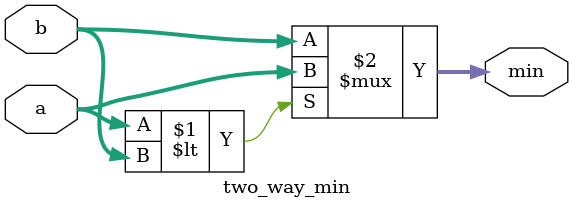
<source format=v>

module top_module(
    input [7:0] a, b, c, d,
    output [7:0] min
);
    wire [7:0] t1, t2;
    two_way_min twm1(a, b, t1);
    two_way_min twm2(c, d, t2);
    assign min = t1 < t2 ? t1 : t2;

endmodule


module two_way_min(
    input [7:0] a, b,
    output [7:0] min
);

    assign min = a < b ? a : b;

endmodule

</source>
